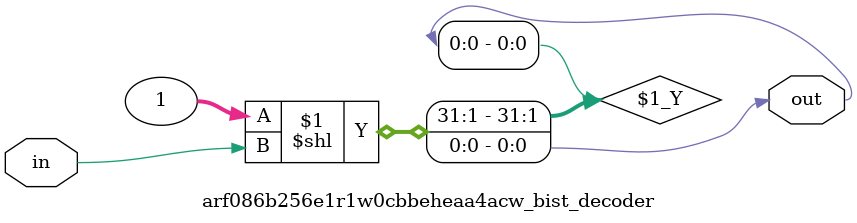
<source format=sv>

`ifndef ARF086B256E1R1W0CBBEHEAA4ACW_BIST_DECODER_SV
`define ARF086B256E1R1W0CBBEHEAA4ACW_BIST_DECODER_SV

module arf086b256e1r1w0cbbeheaa4acw_bist_decoder # (
  parameter IN_WIDTH  = 1,
  parameter OUT_WIDTH = 1
)
(
  input  logic [IN_WIDTH-1:0]  in,
  output logic [OUT_WIDTH-1:0] out
);
  
  assign out = 'b1 << in;

endmodule // arf086b256e1r1w0cbbeheaa4acw_bist_decoder

`endif // ARF086B256E1R1W0CBBEHEAA4ACW_BIST_DECODER_SV
</source>
